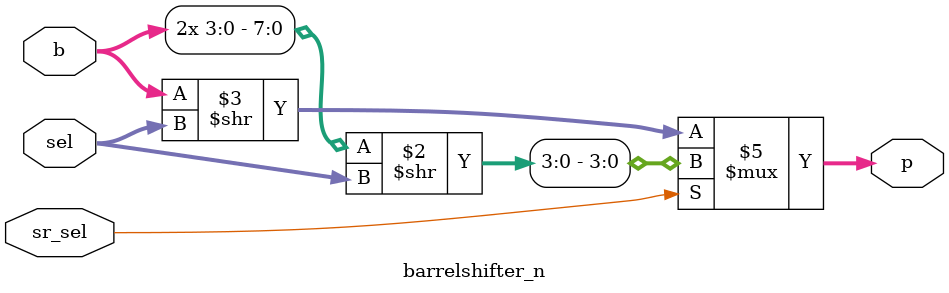
<source format=v>
`timescale 1ns / 1ps


module barrelshifter_n #(parameter SIZE_BSN = 4) (
    input [SIZE_BSN-1:0] b,
    input sr_sel,
    input [$clog2(SIZE_BSN)-1:0] sel,
    output reg [SIZE_BSN-1:0] p
    );
    
    always @*
    begin
        if (sr_sel)
            begin
                p <= {b, b} >> sel;   
            end
        else
            begin
                p <= b >> sel;
            end
    end

endmodule

</source>
